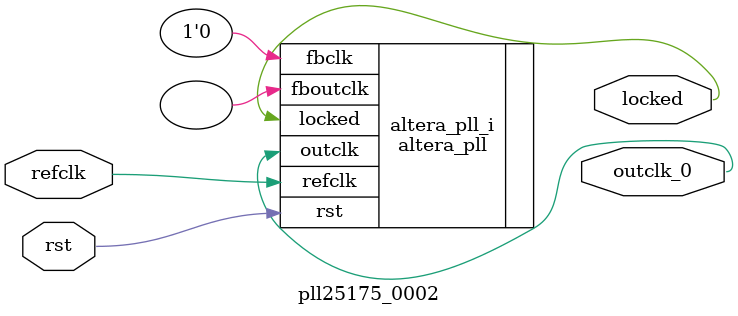
<source format=v>
`timescale 1ns/10ps
module  pll25175_0002(

	// interface 'refclk'
	input wire refclk,

	// interface 'reset'
	input wire rst,

	// interface 'outclk0'
	output wire outclk_0,

	// interface 'locked'
	output wire locked
);

	altera_pll #(
		.fractional_vco_multiplier("false"),
		.reference_clock_frequency("50.0 MHz"),
		.operation_mode("direct"),
		.number_of_clocks(1),
		.output_clock_frequency0("25.175644 MHz"),
		.phase_shift0("0 ps"),
		.duty_cycle0(50),
		.output_clock_frequency1("0 MHz"),
		.phase_shift1("0 ps"),
		.duty_cycle1(50),
		.output_clock_frequency2("0 MHz"),
		.phase_shift2("0 ps"),
		.duty_cycle2(50),
		.output_clock_frequency3("0 MHz"),
		.phase_shift3("0 ps"),
		.duty_cycle3(50),
		.output_clock_frequency4("0 MHz"),
		.phase_shift4("0 ps"),
		.duty_cycle4(50),
		.output_clock_frequency5("0 MHz"),
		.phase_shift5("0 ps"),
		.duty_cycle5(50),
		.output_clock_frequency6("0 MHz"),
		.phase_shift6("0 ps"),
		.duty_cycle6(50),
		.output_clock_frequency7("0 MHz"),
		.phase_shift7("0 ps"),
		.duty_cycle7(50),
		.output_clock_frequency8("0 MHz"),
		.phase_shift8("0 ps"),
		.duty_cycle8(50),
		.output_clock_frequency9("0 MHz"),
		.phase_shift9("0 ps"),
		.duty_cycle9(50),
		.output_clock_frequency10("0 MHz"),
		.phase_shift10("0 ps"),
		.duty_cycle10(50),
		.output_clock_frequency11("0 MHz"),
		.phase_shift11("0 ps"),
		.duty_cycle11(50),
		.output_clock_frequency12("0 MHz"),
		.phase_shift12("0 ps"),
		.duty_cycle12(50),
		.output_clock_frequency13("0 MHz"),
		.phase_shift13("0 ps"),
		.duty_cycle13(50),
		.output_clock_frequency14("0 MHz"),
		.phase_shift14("0 ps"),
		.duty_cycle14(50),
		.output_clock_frequency15("0 MHz"),
		.phase_shift15("0 ps"),
		.duty_cycle15(50),
		.output_clock_frequency16("0 MHz"),
		.phase_shift16("0 ps"),
		.duty_cycle16(50),
		.output_clock_frequency17("0 MHz"),
		.phase_shift17("0 ps"),
		.duty_cycle17(50),
		.pll_type("General"),
		.pll_subtype("General")
	) altera_pll_i (
		.rst	(rst),
		.outclk	({outclk_0}),
		.locked	(locked),
		.fboutclk	( ),
		.fbclk	(1'b0),
		.refclk	(refclk)
	);
endmodule


</source>
